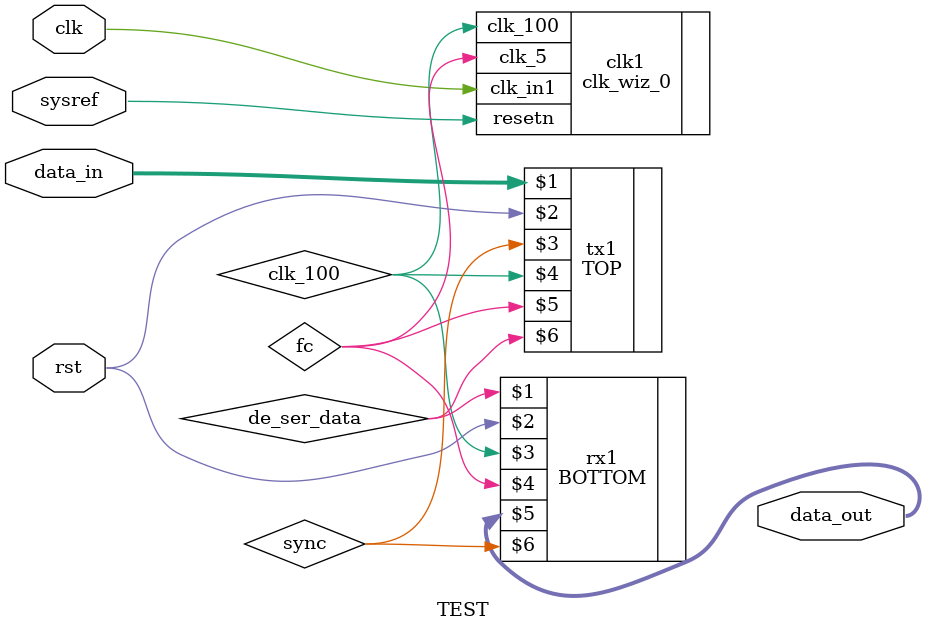
<source format=v>
`timescale 1ns / 1ps


module TEST(
    input clk,
    input sysref,
    input rst,
    input [13:0] data_in,
    output [13:0] data_out
    );
    
    
    wire sync;
    
//clk_wiz_0 clk1(.clk_100(clk_100),.clk_5(fc),.clk_in1(clk));
clk_wiz_0 clk1(.clk_100(clk_100),.clk_5(fc),.resetn(sysref),.clk_in1(clk));
//clk_wiz_0 clk1(.clk_100(clk_100),.clk_10(clk_10),.clk_in1(clk));
//clk_wiz_0 clk1(.clk_200(clk_200),.clk_20(clk_20),.clk_10(fc),.clk_in1(clk));
TOP tx1(data_in,rst,sync,clk_100,fc,de_ser_data);
BOTTOM rx1(de_ser_data,rst,clk_100,fc,data_out,sync);
    
endmodule

</source>
